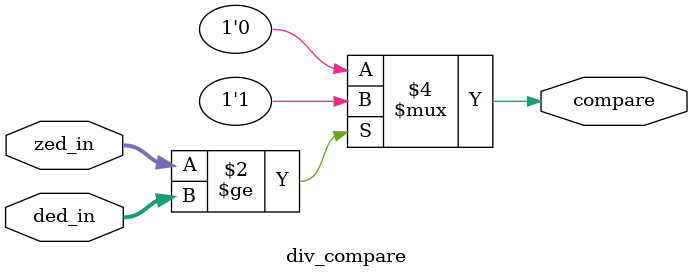
<source format=sv>
/*Encoding of compare signal:
    compare         meaning
    2'b00           no overflow, not divided by zero, set lsb of z to 0 and no update
    2'b01           no overflow, not divided by zero, set lsb of z to 1 and update z with diff z-d
    2'b10           divide by zero
    2'b11           overflow
*/

module div_compare(
    input logic [32:0] zed_in,
    input logic [32:0] ded_in,
    output logic compare
);

always_comb begin : div_cmp_logic
    if((zed_in >= ded_in)) begin
        compare = 1'b1;
    end
    else begin
        compare = 1'b0;
    end
    // compare = 2'b10;
end

endmodule : div_compare
</source>
